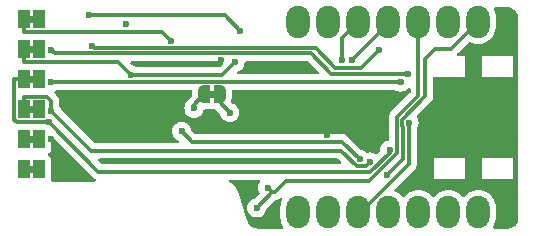
<source format=gbl>
G04 #@! TF.GenerationSoftware,KiCad,Pcbnew,7.99.0-4131-g55429aea6b*
G04 #@! TF.CreationDate,2024-01-04T13:58:44+01:00*
G04 #@! TF.ProjectId,xDuinoRailShield,78447569-6e6f-4526-9169-6c536869656c,rev?*
G04 #@! TF.SameCoordinates,Original*
G04 #@! TF.FileFunction,Copper,L2,Bot*
G04 #@! TF.FilePolarity,Positive*
%FSLAX46Y46*%
G04 Gerber Fmt 4.6, Leading zero omitted, Abs format (unit mm)*
G04 Created by KiCad (PCBNEW 7.99.0-4131-g55429aea6b) date 2024-01-04 13:58:44*
%MOMM*%
%LPD*%
G01*
G04 APERTURE LIST*
G04 Aperture macros list*
%AMRoundRect*
0 Rectangle with rounded corners*
0 $1 Rounding radius*
0 $2 $3 $4 $5 $6 $7 $8 $9 X,Y pos of 4 corners*
0 Add a 4 corners polygon primitive as box body*
4,1,4,$2,$3,$4,$5,$6,$7,$8,$9,$2,$3,0*
0 Add four circle primitives for the rounded corners*
1,1,$1+$1,$2,$3*
1,1,$1+$1,$4,$5*
1,1,$1+$1,$6,$7*
1,1,$1+$1,$8,$9*
0 Add four rect primitives between the rounded corners*
20,1,$1+$1,$2,$3,$4,$5,0*
20,1,$1+$1,$4,$5,$6,$7,0*
20,1,$1+$1,$6,$7,$8,$9,0*
20,1,$1+$1,$8,$9,$2,$3,0*%
%AMFreePoly0*
4,1,19,0.500000,-0.750000,0.000000,-0.750000,0.000000,-0.744911,-0.071157,-0.744911,-0.207708,-0.704816,-0.327430,-0.627875,-0.420627,-0.520320,-0.479746,-0.390866,-0.500000,-0.250000,-0.500000,0.250000,-0.479746,0.390866,-0.420627,0.520320,-0.327430,0.627875,-0.207708,0.704816,-0.071157,0.744911,0.000000,0.744911,0.000000,0.750000,0.500000,0.750000,0.500000,-0.750000,0.500000,-0.750000,
$1*%
%AMFreePoly1*
4,1,19,0.000000,0.744911,0.071157,0.744911,0.207708,0.704816,0.327430,0.627875,0.420627,0.520320,0.479746,0.390866,0.500000,0.250000,0.500000,-0.250000,0.479746,-0.390866,0.420627,-0.520320,0.327430,-0.627875,0.207708,-0.704816,0.071157,-0.744911,0.000000,-0.744911,0.000000,-0.750000,-0.500000,-0.750000,-0.500000,0.750000,0.000000,0.750000,0.000000,0.744911,0.000000,0.744911,
$1*%
G04 Aperture macros list end*
G04 #@! TA.AperFunction,EtchedComponent*
%ADD10C,0.000000*%
G04 #@! TD*
G04 #@! TA.AperFunction,ComponentPad*
%ADD11RoundRect,1.000000X0.000000X-0.375000X0.000000X0.375000X0.000000X0.375000X0.000000X-0.375000X0*%
G04 #@! TD*
G04 #@! TA.AperFunction,SMDPad,CuDef*
%ADD12R,1.000000X1.500000*%
G04 #@! TD*
G04 #@! TA.AperFunction,SMDPad,CuDef*
%ADD13FreePoly0,180.000000*%
G04 #@! TD*
G04 #@! TA.AperFunction,SMDPad,CuDef*
%ADD14FreePoly1,180.000000*%
G04 #@! TD*
G04 #@! TA.AperFunction,ViaPad*
%ADD15C,0.600000*%
G04 #@! TD*
G04 #@! TA.AperFunction,Conductor*
%ADD16C,0.300000*%
G04 #@! TD*
G04 APERTURE END LIST*
D10*
G04 #@! TA.AperFunction,EtchedComponent*
G36*
X126270000Y-76170000D02*
G01*
X125770000Y-76170000D01*
X125770000Y-75570000D01*
X126270000Y-75570000D01*
X126270000Y-76170000D01*
G37*
G04 #@! TD.AperFunction*
G04 #@! TA.AperFunction,EtchedComponent*
G36*
X126270000Y-78710000D02*
G01*
X125770000Y-78710000D01*
X125770000Y-78110000D01*
X126270000Y-78110000D01*
X126270000Y-78710000D01*
G37*
G04 #@! TD.AperFunction*
G04 #@! TA.AperFunction,EtchedComponent*
G36*
X126270000Y-81250000D02*
G01*
X125770000Y-81250000D01*
X125770000Y-80650000D01*
X126270000Y-80650000D01*
X126270000Y-81250000D01*
G37*
G04 #@! TD.AperFunction*
G04 #@! TA.AperFunction,EtchedComponent*
G36*
X141540000Y-74900000D02*
G01*
X141040000Y-74900000D01*
X141040000Y-74300000D01*
X141540000Y-74300000D01*
X141540000Y-74900000D01*
G37*
G04 #@! TD.AperFunction*
G04 #@! TA.AperFunction,EtchedComponent*
G36*
X126270000Y-73630000D02*
G01*
X125770000Y-73630000D01*
X125770000Y-73030000D01*
X126270000Y-73030000D01*
X126270000Y-73630000D01*
G37*
G04 #@! TD.AperFunction*
G04 #@! TA.AperFunction,EtchedComponent*
G36*
X126270000Y-71090000D02*
G01*
X125770000Y-71090000D01*
X125770000Y-70490000D01*
X126270000Y-70490000D01*
X126270000Y-71090000D01*
G37*
G04 #@! TD.AperFunction*
G04 #@! TA.AperFunction,EtchedComponent*
G36*
X126270000Y-68550000D02*
G01*
X125770000Y-68550000D01*
X125770000Y-67950000D01*
X126270000Y-67950000D01*
X126270000Y-68550000D01*
G37*
G04 #@! TD.AperFunction*
D11*
X163840000Y-84585700D03*
X161300000Y-84585700D03*
X158760000Y-84585700D03*
X156220000Y-84585700D03*
X153680000Y-84585700D03*
X151140000Y-84585700D03*
X148600000Y-84585700D03*
X148600000Y-68420700D03*
X151140000Y-68420700D03*
X153680000Y-68420700D03*
X156220000Y-68420700D03*
X158760000Y-68420700D03*
X161300000Y-68420700D03*
X163840000Y-68420700D03*
D12*
X126670000Y-75870000D03*
X125370000Y-75870000D03*
X126670000Y-78410000D03*
X125370000Y-78410000D03*
X126670000Y-80950000D03*
X125370000Y-80950000D03*
D13*
X141940000Y-74600000D03*
D14*
X140640000Y-74600000D03*
D12*
X126670000Y-73330000D03*
X125370000Y-73330000D03*
X126670000Y-70790000D03*
X125370000Y-70790000D03*
X126670000Y-68250000D03*
X125370000Y-68250000D03*
D15*
X143245800Y-71875500D03*
X134456900Y-72944100D03*
X145192800Y-72409600D03*
X145865400Y-80248700D03*
X142073300Y-71711300D03*
X127666600Y-78365900D03*
X151002200Y-77998100D03*
X134038700Y-68599700D03*
X146764300Y-84183900D03*
X166835500Y-82570000D03*
X131224700Y-76099800D03*
X138721500Y-77712700D03*
X153800600Y-80090500D03*
X137823400Y-70040200D03*
X139769300Y-75762600D03*
X157259900Y-73546800D03*
X127665000Y-73579900D03*
X154674600Y-80309700D03*
X127688100Y-75980600D03*
X127665000Y-70793300D03*
X157874800Y-72862900D03*
X155411700Y-70873500D03*
X131103500Y-70472200D03*
X156327500Y-79313000D03*
X127489200Y-76952500D03*
X156111400Y-81439400D03*
X130869700Y-67897700D03*
X143698200Y-69232200D03*
X153153000Y-71701200D03*
X152318000Y-71670900D03*
X157968800Y-76980700D03*
X145068200Y-84201200D03*
X146002900Y-82483800D03*
X142796600Y-76128500D03*
D16*
X125370000Y-70790000D02*
X125370000Y-71841700D01*
X142177200Y-72944100D02*
X143245800Y-71875500D01*
X134456900Y-72944100D02*
X133354500Y-71841700D01*
X134456900Y-72944100D02*
X142177200Y-72944100D01*
X133354500Y-71841700D02*
X125370000Y-71841700D01*
X152310000Y-78599900D02*
X153800600Y-80090500D01*
X138721500Y-77712700D02*
X139608700Y-78599900D01*
X139608700Y-78599900D02*
X152310000Y-78599900D01*
X125370000Y-69301700D02*
X137084900Y-69301700D01*
X137084900Y-69301700D02*
X137823400Y-70040200D01*
X125370000Y-68250000D02*
X125370000Y-69301700D01*
X139769300Y-75470700D02*
X139769300Y-75762600D01*
X140640000Y-74600000D02*
X139769300Y-75470700D01*
X127698100Y-73546800D02*
X157259900Y-73546800D01*
X127665000Y-73579900D02*
X127698100Y-73546800D01*
X127688100Y-75155600D02*
X127688100Y-75980600D01*
X154292100Y-80692200D02*
X154674600Y-80309700D01*
X131060600Y-79353100D02*
X152212400Y-79353100D01*
X127688100Y-75980600D02*
X131060600Y-79353100D01*
X127350800Y-74818300D02*
X127688100Y-75155600D01*
X125370000Y-75870000D02*
X125370000Y-74818300D01*
X125370000Y-74818300D02*
X127350800Y-74818300D01*
X152212400Y-79353100D02*
X153551500Y-80692200D01*
X153551500Y-80692200D02*
X154292100Y-80692200D01*
X127665000Y-70793300D02*
X127981200Y-71109500D01*
X127981200Y-71109500D02*
X149646700Y-71109500D01*
X151400100Y-72862900D02*
X157874800Y-72862900D01*
X149646700Y-71109500D02*
X151400100Y-72862900D01*
X150058900Y-70657800D02*
X131289100Y-70657800D01*
X131289100Y-70657800D02*
X131103500Y-70472200D01*
X153943300Y-72341900D02*
X151743000Y-72341900D01*
X155411700Y-70873500D02*
X153943300Y-72341900D01*
X151743000Y-72341900D02*
X150058900Y-70657800D01*
X124775800Y-76952500D02*
X127489200Y-76952500D01*
X156327500Y-79528700D02*
X154712300Y-81143900D01*
X124568300Y-76745000D02*
X124775800Y-76952500D01*
X125370000Y-73330000D02*
X124568300Y-73330000D01*
X154712300Y-81143900D02*
X131680600Y-81143900D01*
X124568300Y-73330000D02*
X124568300Y-76745000D01*
X131680600Y-81143900D02*
X127489200Y-76952500D01*
X156327500Y-79313000D02*
X156327500Y-79528700D01*
X157367100Y-77229800D02*
X157462800Y-77325500D01*
X159331300Y-71577600D02*
X159331300Y-74767400D01*
X163840000Y-68420700D02*
X161539900Y-70720800D01*
X142363700Y-67897700D02*
X130869700Y-67897700D01*
X157367100Y-76731600D02*
X157367100Y-77229800D01*
X157462800Y-80088000D02*
X156111400Y-81439400D01*
X143698200Y-69232200D02*
X142363700Y-67897700D01*
X161539900Y-70720800D02*
X160188100Y-70720800D01*
X157462800Y-77325500D02*
X157462800Y-80088000D01*
X160188100Y-70720800D02*
X159331300Y-71577600D01*
X159331300Y-74767400D02*
X157367100Y-76731600D01*
X156220000Y-68634200D02*
X153153000Y-71701200D01*
X156220000Y-68420700D02*
X156220000Y-68634200D01*
X153680000Y-68420700D02*
X152318000Y-69782700D01*
X152318000Y-69782700D02*
X152318000Y-71670900D01*
X157968800Y-80484800D02*
X153867900Y-84585700D01*
X153867900Y-84585700D02*
X153680000Y-84585700D01*
X157968800Y-76980700D02*
X157968800Y-80484800D01*
X158760000Y-68420700D02*
X158760000Y-74700000D01*
X156938600Y-79560800D02*
X154567500Y-81931900D01*
X146394300Y-82875100D02*
X145068200Y-84201200D01*
X147589200Y-81931900D02*
X146645900Y-82875200D01*
X156915400Y-77416800D02*
X156938600Y-77440000D01*
X146394300Y-82875200D02*
X146394300Y-82875100D01*
X154567500Y-81931900D02*
X147589200Y-81931900D01*
X156915400Y-76544600D02*
X156915400Y-77416800D01*
X146645900Y-82875200D02*
X146394300Y-82875200D01*
X156938600Y-77440000D02*
X156938600Y-79560800D01*
X158760000Y-74700000D02*
X156915400Y-76544600D01*
X146002900Y-82483800D02*
X146394300Y-82875100D01*
X141940000Y-74600000D02*
X141940000Y-75271900D01*
X141940000Y-75271900D02*
X142796600Y-76128500D01*
G04 #@! TA.AperFunction,Conductor*
G36*
X145318873Y-81822085D02*
G01*
X145364628Y-81874889D01*
X145374572Y-81944047D01*
X145356828Y-81992372D01*
X145269858Y-82130782D01*
X145209682Y-82302753D01*
X145209681Y-82302758D01*
X145189284Y-82483796D01*
X145189284Y-82483803D01*
X145209681Y-82664841D01*
X145209682Y-82664846D01*
X145269858Y-82836817D01*
X145306564Y-82895234D01*
X145325564Y-82962470D01*
X145305196Y-83029306D01*
X145289251Y-83048887D01*
X144966297Y-83371841D01*
X144904974Y-83405326D01*
X144892508Y-83407379D01*
X144887157Y-83407982D01*
X144887155Y-83407982D01*
X144715183Y-83468157D01*
X144560918Y-83565089D01*
X144432089Y-83693918D01*
X144335158Y-83848182D01*
X144274982Y-84020153D01*
X144274981Y-84020158D01*
X144254584Y-84201196D01*
X144254584Y-84201203D01*
X144274981Y-84382241D01*
X144274982Y-84382246D01*
X144274983Y-84382248D01*
X144335157Y-84554215D01*
X144432089Y-84708481D01*
X144560919Y-84837311D01*
X144715185Y-84934243D01*
X144887153Y-84994417D01*
X144887158Y-84994418D01*
X145068196Y-85014816D01*
X145068200Y-85014816D01*
X145068204Y-85014816D01*
X145249241Y-84994418D01*
X145249244Y-84994417D01*
X145249247Y-84994417D01*
X145421215Y-84934243D01*
X145575481Y-84837311D01*
X145704311Y-84708481D01*
X145801243Y-84554215D01*
X145861417Y-84382247D01*
X145862019Y-84376898D01*
X145889084Y-84312485D01*
X145897549Y-84303109D01*
X146630803Y-83569856D01*
X146692124Y-83536373D01*
X146706332Y-83534136D01*
X146710758Y-83533700D01*
X146775243Y-83520872D01*
X146837977Y-83508394D01*
X146957817Y-83458755D01*
X146989094Y-83437856D01*
X147059959Y-83390507D01*
X147126636Y-83369629D01*
X147194016Y-83388114D01*
X147240706Y-83440093D01*
X147251882Y-83509063D01*
X147243882Y-83539906D01*
X147155118Y-83760453D01*
X147155117Y-83760458D01*
X147101606Y-83998056D01*
X147101604Y-83998066D01*
X147091500Y-84141182D01*
X147091500Y-85030213D01*
X147091501Y-85030218D01*
X147101604Y-85173331D01*
X147101606Y-85173342D01*
X147155117Y-85410941D01*
X147155118Y-85410946D01*
X147246051Y-85636884D01*
X147246056Y-85636893D01*
X147324315Y-85766351D01*
X147342151Y-85833906D01*
X147320633Y-85900379D01*
X147266592Y-85944667D01*
X147218198Y-85954500D01*
X145180961Y-85954500D01*
X145169859Y-85954002D01*
X145021620Y-85940676D01*
X144999772Y-85936716D01*
X144861671Y-85898650D01*
X144840879Y-85890857D01*
X144711779Y-85828770D01*
X144692711Y-85817394D01*
X144576754Y-85733279D01*
X144560020Y-85718684D01*
X144460926Y-85615239D01*
X144447064Y-85597894D01*
X144368003Y-85478429D01*
X144357456Y-85458890D01*
X144336884Y-85410944D01*
X144298759Y-85322088D01*
X144294849Y-85311716D01*
X143463418Y-82765818D01*
X143439293Y-82691946D01*
X143439213Y-82691764D01*
X143421444Y-82637337D01*
X143404444Y-82604081D01*
X143344483Y-82486782D01*
X143248405Y-82354853D01*
X143244947Y-82350104D01*
X143244946Y-82350103D01*
X143125270Y-82230649D01*
X142988414Y-82131372D01*
X142837717Y-82054690D01*
X142837713Y-82054688D01*
X142805839Y-82044344D01*
X142748150Y-82004927D01*
X142720930Y-81940577D01*
X142732821Y-81871727D01*
X142780047Y-81820235D01*
X142844117Y-81802400D01*
X145251834Y-81802400D01*
X145318873Y-81822085D01*
G37*
G04 #@! TD.AperFunction*
G04 #@! TA.AperFunction,Conductor*
G36*
X166314878Y-67212718D02*
G01*
X166459270Y-67225274D01*
X166480559Y-67229016D01*
X166615334Y-67265064D01*
X166635638Y-67272444D01*
X166762108Y-67331357D01*
X166780830Y-67342158D01*
X166895124Y-67422132D01*
X166911692Y-67436026D01*
X167010363Y-67534645D01*
X167024262Y-67551202D01*
X167055260Y-67595453D01*
X167104300Y-67665462D01*
X167115114Y-67684186D01*
X167174084Y-67810609D01*
X167181481Y-67830927D01*
X167217593Y-67965672D01*
X167221348Y-67986966D01*
X167234027Y-68131908D01*
X167234499Y-68142717D01*
X167234498Y-68185933D01*
X167234500Y-68185942D01*
X167234500Y-85024588D01*
X167234028Y-85035396D01*
X167221400Y-85179728D01*
X167217647Y-85201013D01*
X167181553Y-85335719D01*
X167174160Y-85356031D01*
X167115224Y-85482418D01*
X167104417Y-85501136D01*
X167024430Y-85615370D01*
X167010536Y-85631928D01*
X166911928Y-85730536D01*
X166895370Y-85744430D01*
X166781136Y-85824417D01*
X166762418Y-85835224D01*
X166636031Y-85894160D01*
X166615719Y-85901553D01*
X166481013Y-85937647D01*
X166459728Y-85941400D01*
X166329599Y-85952785D01*
X166315394Y-85954028D01*
X166304588Y-85954500D01*
X165221802Y-85954500D01*
X165154763Y-85934815D01*
X165109008Y-85882011D01*
X165099064Y-85812853D01*
X165115685Y-85766351D01*
X165150383Y-85708951D01*
X165193947Y-85636888D01*
X165284882Y-85410944D01*
X165338395Y-85173338D01*
X165348500Y-85030215D01*
X165348499Y-84141186D01*
X165338395Y-83998062D01*
X165284882Y-83760456D01*
X165193947Y-83534512D01*
X165067946Y-83326080D01*
X165017007Y-83266194D01*
X164910143Y-83140560D01*
X164910139Y-83140556D01*
X164724630Y-82982762D01*
X164724626Y-82982759D01*
X164724620Y-82982754D01*
X164516188Y-82856753D01*
X164516185Y-82856751D01*
X164516184Y-82856751D01*
X164290246Y-82765818D01*
X164290241Y-82765817D01*
X164052643Y-82712306D01*
X164052633Y-82712304D01*
X163909516Y-82702200D01*
X163770486Y-82702200D01*
X163770480Y-82702201D01*
X163627368Y-82712304D01*
X163627362Y-82712304D01*
X163627362Y-82712305D01*
X163627359Y-82712305D01*
X163627357Y-82712306D01*
X163389758Y-82765817D01*
X163389753Y-82765818D01*
X163163815Y-82856751D01*
X163163812Y-82856753D01*
X162955386Y-82982750D01*
X162955369Y-82982762D01*
X162769860Y-83140556D01*
X162769856Y-83140560D01*
X162664452Y-83264478D01*
X162606023Y-83302789D01*
X162536156Y-83303429D01*
X162477034Y-83266194D01*
X162475548Y-83264478D01*
X162370143Y-83140560D01*
X162370139Y-83140556D01*
X162184630Y-82982762D01*
X162184626Y-82982759D01*
X162184620Y-82982754D01*
X161976188Y-82856753D01*
X161976185Y-82856751D01*
X161976184Y-82856751D01*
X161750246Y-82765818D01*
X161750241Y-82765817D01*
X161512643Y-82712306D01*
X161512633Y-82712304D01*
X161369516Y-82702200D01*
X161230486Y-82702200D01*
X161230480Y-82702201D01*
X161087368Y-82712304D01*
X161087362Y-82712304D01*
X161087362Y-82712305D01*
X161087359Y-82712305D01*
X161087357Y-82712306D01*
X160849758Y-82765817D01*
X160849753Y-82765818D01*
X160623815Y-82856751D01*
X160623812Y-82856753D01*
X160415386Y-82982750D01*
X160415369Y-82982762D01*
X160229860Y-83140556D01*
X160229856Y-83140560D01*
X160124452Y-83264478D01*
X160066023Y-83302789D01*
X159996156Y-83303429D01*
X159937034Y-83266194D01*
X159935548Y-83264478D01*
X159830143Y-83140560D01*
X159830139Y-83140556D01*
X159644630Y-82982762D01*
X159644626Y-82982759D01*
X159644620Y-82982754D01*
X159436188Y-82856753D01*
X159436185Y-82856751D01*
X159436184Y-82856751D01*
X159210246Y-82765818D01*
X159210241Y-82765817D01*
X158972643Y-82712306D01*
X158972633Y-82712304D01*
X158829516Y-82702200D01*
X158690486Y-82702200D01*
X158690480Y-82702201D01*
X158547368Y-82712304D01*
X158547362Y-82712304D01*
X158547362Y-82712305D01*
X158547359Y-82712305D01*
X158547357Y-82712306D01*
X158309758Y-82765817D01*
X158309753Y-82765818D01*
X158083815Y-82856751D01*
X158083812Y-82856753D01*
X157875386Y-82982750D01*
X157875369Y-82982762D01*
X157689860Y-83140556D01*
X157689856Y-83140560D01*
X157584452Y-83264478D01*
X157526023Y-83302789D01*
X157456156Y-83303429D01*
X157397034Y-83266194D01*
X157395548Y-83264478D01*
X157290143Y-83140560D01*
X157290139Y-83140556D01*
X157104630Y-82982762D01*
X157104626Y-82982759D01*
X157104620Y-82982754D01*
X156896188Y-82856753D01*
X156896185Y-82856751D01*
X156896184Y-82856751D01*
X156807783Y-82821173D01*
X156752941Y-82777882D01*
X156730210Y-82711813D01*
X156746807Y-82643943D01*
X156766395Y-82618463D01*
X158480290Y-80904569D01*
X158494223Y-80883717D01*
X158552355Y-80796717D01*
X158601994Y-80676877D01*
X158627300Y-80549657D01*
X158627300Y-79959700D01*
X160071000Y-79959700D01*
X160071000Y-81737700D01*
X162738000Y-81737700D01*
X162738000Y-79959700D01*
X164135000Y-79959700D01*
X164135000Y-81737700D01*
X166802000Y-81737700D01*
X166802000Y-79959700D01*
X164135000Y-79959700D01*
X162738000Y-79959700D01*
X160071000Y-79959700D01*
X158627300Y-79959700D01*
X158627300Y-77488073D01*
X158646307Y-77422100D01*
X158685527Y-77359682D01*
X158701843Y-77333715D01*
X158762017Y-77161747D01*
X158771612Y-77076589D01*
X158782416Y-76980703D01*
X158782416Y-76980696D01*
X158762018Y-76799658D01*
X158762017Y-76799653D01*
X158749755Y-76764610D01*
X158701843Y-76627685D01*
X158701841Y-76627682D01*
X158701841Y-76627681D01*
X158656685Y-76555817D01*
X158638855Y-76527441D01*
X158619855Y-76460206D01*
X158640222Y-76393371D01*
X158656163Y-76373794D01*
X159842790Y-75187169D01*
X159914855Y-75079317D01*
X159964494Y-74959477D01*
X159971734Y-74923078D01*
X159973954Y-74911920D01*
X159973954Y-74911917D01*
X159989800Y-74832257D01*
X159989800Y-73225700D01*
X160009485Y-73158661D01*
X160062289Y-73112906D01*
X160113800Y-73101700D01*
X162738000Y-73101700D01*
X162738000Y-71323700D01*
X164135000Y-71323700D01*
X164135000Y-73101700D01*
X166802000Y-73101700D01*
X166802000Y-71323700D01*
X164135000Y-71323700D01*
X162738000Y-71323700D01*
X162167623Y-71323700D01*
X162100584Y-71304015D01*
X162054829Y-71251211D01*
X162044885Y-71182053D01*
X162073910Y-71118497D01*
X162079942Y-71112019D01*
X162851075Y-70340884D01*
X163019616Y-70172342D01*
X163080937Y-70138859D01*
X163150628Y-70143843D01*
X163162694Y-70149088D01*
X163163807Y-70149644D01*
X163163812Y-70149647D01*
X163389756Y-70240582D01*
X163627362Y-70294095D01*
X163770485Y-70304200D01*
X163909514Y-70304199D01*
X164052638Y-70294095D01*
X164290244Y-70240582D01*
X164516188Y-70149647D01*
X164724620Y-70023646D01*
X164882701Y-69889182D01*
X164910139Y-69865843D01*
X164910143Y-69865839D01*
X165021184Y-69735295D01*
X165067946Y-69680320D01*
X165193947Y-69471888D01*
X165284882Y-69245944D01*
X165338395Y-69008338D01*
X165348500Y-68865215D01*
X165348499Y-67976186D01*
X165338395Y-67833062D01*
X165284882Y-67595456D01*
X165199416Y-67383102D01*
X165192648Y-67313563D01*
X165224550Y-67251402D01*
X165284995Y-67216356D01*
X165314377Y-67212807D01*
X166304066Y-67212252D01*
X166314878Y-67212718D01*
G37*
G04 #@! TD.AperFunction*
G04 #@! TA.AperFunction,Conductor*
G36*
X127883703Y-78278709D02*
G01*
X127890181Y-78284741D01*
X131260827Y-81655388D01*
X131260831Y-81655391D01*
X131368676Y-81727451D01*
X131368680Y-81727453D01*
X131368683Y-81727455D01*
X131379995Y-81732140D01*
X131392969Y-81737515D01*
X131447373Y-81781357D01*
X131469437Y-81847651D01*
X131452157Y-81915350D01*
X131401020Y-81962960D01*
X131345516Y-81976076D01*
X127788342Y-81976076D01*
X127721303Y-81956391D01*
X127675548Y-81903587D01*
X127665604Y-81834429D01*
X127671314Y-81812056D01*
X127671986Y-81809206D01*
X127671989Y-81809201D01*
X127675591Y-81775692D01*
X127678499Y-81748654D01*
X127678500Y-81748637D01*
X127678500Y-80151362D01*
X127678499Y-80151345D01*
X127675157Y-80120270D01*
X127671989Y-80090799D01*
X127655995Y-80047919D01*
X127623091Y-79959700D01*
X127620889Y-79953796D01*
X127533261Y-79836739D01*
X127456486Y-79779265D01*
X127414616Y-79723333D01*
X127409632Y-79653641D01*
X127443117Y-79592318D01*
X127456486Y-79580734D01*
X127533261Y-79523261D01*
X127620889Y-79406204D01*
X127671989Y-79269201D01*
X127675591Y-79235692D01*
X127678499Y-79208654D01*
X127678500Y-79208637D01*
X127678500Y-78372422D01*
X127698185Y-78305383D01*
X127750989Y-78259628D01*
X127820147Y-78249684D01*
X127883703Y-78278709D01*
G37*
G04 #@! TD.AperFunction*
G04 #@! TA.AperFunction,Conductor*
G36*
X151955317Y-80031285D02*
G01*
X151975959Y-80047919D01*
X152201759Y-80273719D01*
X152235244Y-80335042D01*
X152230260Y-80404734D01*
X152188388Y-80460667D01*
X152122924Y-80485084D01*
X152114078Y-80485400D01*
X132004722Y-80485400D01*
X131937683Y-80465715D01*
X131917041Y-80449081D01*
X131691241Y-80223281D01*
X131657756Y-80161958D01*
X131662740Y-80092266D01*
X131704612Y-80036333D01*
X131770076Y-80011916D01*
X131778922Y-80011600D01*
X151888278Y-80011600D01*
X151955317Y-80031285D01*
G37*
G04 #@! TD.AperFunction*
G04 #@! TA.AperFunction,Conductor*
G36*
X158020834Y-74031772D02*
G01*
X158076767Y-74073644D01*
X158101184Y-74139108D01*
X158101500Y-74147954D01*
X158101500Y-74375877D01*
X158081815Y-74442916D01*
X158065181Y-74463558D01*
X156403911Y-76124827D01*
X156403908Y-76124831D01*
X156340684Y-76219452D01*
X156340685Y-76219453D01*
X156331844Y-76232685D01*
X156282206Y-76352522D01*
X156282204Y-76352528D01*
X156256900Y-76479740D01*
X156256900Y-76479743D01*
X156256900Y-77351943D01*
X156256900Y-77481657D01*
X156256900Y-77481659D01*
X156256899Y-77481659D01*
X156277717Y-77586309D01*
X156280100Y-77610501D01*
X156280100Y-78393911D01*
X156260415Y-78460950D01*
X156207611Y-78506705D01*
X156169984Y-78517131D01*
X156146458Y-78519781D01*
X155974483Y-78579957D01*
X155820218Y-78676889D01*
X155691389Y-78805718D01*
X155594458Y-78959982D01*
X155534282Y-79131953D01*
X155534281Y-79131958D01*
X155513884Y-79312996D01*
X155513884Y-79313002D01*
X155517127Y-79341786D01*
X155505072Y-79410608D01*
X155481588Y-79443350D01*
X155294467Y-79630472D01*
X155233144Y-79663957D01*
X155163453Y-79658973D01*
X155140814Y-79647785D01*
X155139200Y-79646771D01*
X155082095Y-79610889D01*
X155027617Y-79576658D01*
X155027616Y-79576657D01*
X155027615Y-79576657D01*
X154947190Y-79548515D01*
X154855646Y-79516482D01*
X154855641Y-79516481D01*
X154674604Y-79496084D01*
X154674596Y-79496084D01*
X154493554Y-79516482D01*
X154493548Y-79516483D01*
X154475543Y-79522783D01*
X154405764Y-79526342D01*
X154346913Y-79493421D01*
X154307881Y-79454389D01*
X154153616Y-79357457D01*
X154098884Y-79338306D01*
X153981647Y-79297283D01*
X153981643Y-79297282D01*
X153981642Y-79297282D01*
X153976292Y-79296679D01*
X153911880Y-79269609D01*
X153902500Y-79261140D01*
X152729772Y-78088411D01*
X152729771Y-78088410D01*
X152621920Y-78016347D01*
X152621919Y-78016346D01*
X152621917Y-78016345D01*
X152621915Y-78016344D01*
X152621913Y-78016343D01*
X152502077Y-77966706D01*
X152502071Y-77966704D01*
X152374859Y-77941400D01*
X152374857Y-77941400D01*
X139932821Y-77941400D01*
X139865782Y-77921715D01*
X139845140Y-77905081D01*
X139550859Y-77610800D01*
X139517374Y-77549477D01*
X139515319Y-77537000D01*
X139514717Y-77531653D01*
X139454543Y-77359685D01*
X139449678Y-77351943D01*
X139357610Y-77205418D01*
X139228781Y-77076589D01*
X139074517Y-76979658D01*
X139074516Y-76979657D01*
X139074515Y-76979657D01*
X138967229Y-76942116D01*
X138902546Y-76919482D01*
X138902541Y-76919481D01*
X138721504Y-76899084D01*
X138721496Y-76899084D01*
X138540458Y-76919481D01*
X138540453Y-76919482D01*
X138368482Y-76979658D01*
X138214218Y-77076589D01*
X138085389Y-77205418D01*
X137988458Y-77359682D01*
X137928282Y-77531653D01*
X137928281Y-77531658D01*
X137907884Y-77712696D01*
X137907884Y-77712703D01*
X137928281Y-77893741D01*
X137928282Y-77893746D01*
X137988458Y-78065717D01*
X138002717Y-78088410D01*
X138085389Y-78219981D01*
X138214219Y-78348811D01*
X138368485Y-78445743D01*
X138390820Y-78453558D01*
X138447596Y-78494280D01*
X138473343Y-78559233D01*
X138459887Y-78627795D01*
X138411500Y-78678197D01*
X138349865Y-78694600D01*
X131384721Y-78694600D01*
X131317682Y-78674915D01*
X131297040Y-78658281D01*
X128517458Y-75878698D01*
X128483973Y-75817375D01*
X128481918Y-75804890D01*
X128481317Y-75799555D01*
X128481316Y-75799551D01*
X128472894Y-75775482D01*
X128421143Y-75627585D01*
X128365606Y-75539198D01*
X128346600Y-75473226D01*
X128346600Y-75090740D01*
X128321295Y-74963528D01*
X128321294Y-74963527D01*
X128321294Y-74963523D01*
X128304541Y-74923077D01*
X128271657Y-74843687D01*
X128271656Y-74843685D01*
X128199591Y-74735832D01*
X128161675Y-74697916D01*
X128107869Y-74644110D01*
X127978713Y-74514953D01*
X127945229Y-74453632D01*
X127950213Y-74383940D01*
X127992085Y-74328007D01*
X128012597Y-74315552D01*
X128018011Y-74312944D01*
X128018015Y-74312943D01*
X128159080Y-74224305D01*
X128225051Y-74205300D01*
X139502585Y-74205300D01*
X139569624Y-74224985D01*
X139615379Y-74277789D01*
X139626585Y-74329300D01*
X139626585Y-74334317D01*
X139626500Y-74334606D01*
X139626500Y-74630877D01*
X139606815Y-74697916D01*
X139590181Y-74718558D01*
X139257811Y-75050927D01*
X139257810Y-75050928D01*
X139238844Y-75079314D01*
X139207323Y-75126489D01*
X139196534Y-75142636D01*
X139185746Y-75158780D01*
X139185742Y-75158788D01*
X139164083Y-75211076D01*
X139137209Y-75251297D01*
X139133190Y-75255316D01*
X139036258Y-75409582D01*
X138976082Y-75581553D01*
X138976081Y-75581558D01*
X138955684Y-75762596D01*
X138955684Y-75762603D01*
X138976081Y-75943641D01*
X138976082Y-75943646D01*
X139036258Y-76115617D01*
X139044353Y-76128500D01*
X139133189Y-76269881D01*
X139262019Y-76398711D01*
X139416285Y-76495643D01*
X139588253Y-76555817D01*
X139588258Y-76555818D01*
X139769296Y-76576216D01*
X139769300Y-76576216D01*
X139769304Y-76576216D01*
X139950341Y-76555818D01*
X139950344Y-76555817D01*
X139950347Y-76555817D01*
X140122315Y-76495643D01*
X140276581Y-76398711D01*
X140405411Y-76269881D01*
X140502343Y-76115615D01*
X140518647Y-76069020D01*
X140561504Y-75946545D01*
X140602225Y-75889769D01*
X140667178Y-75864022D01*
X140678545Y-75863500D01*
X141140000Y-75863500D01*
X141213079Y-75858273D01*
X141249835Y-75847479D01*
X141302415Y-75843719D01*
X141332311Y-75848017D01*
X141440000Y-75863500D01*
X141548978Y-75863500D01*
X141616017Y-75883185D01*
X141636659Y-75899819D01*
X141967240Y-76230399D01*
X142000725Y-76291722D01*
X142002779Y-76304193D01*
X142003381Y-76309541D01*
X142063557Y-76481516D01*
X142155399Y-76627681D01*
X142160489Y-76635781D01*
X142289319Y-76764611D01*
X142443585Y-76861543D01*
X142609163Y-76919481D01*
X142615553Y-76921717D01*
X142615558Y-76921718D01*
X142796596Y-76942116D01*
X142796600Y-76942116D01*
X142796604Y-76942116D01*
X142977641Y-76921718D01*
X142977644Y-76921717D01*
X142977647Y-76921717D01*
X143149615Y-76861543D01*
X143303881Y-76764611D01*
X143432711Y-76635781D01*
X143529643Y-76481515D01*
X143589817Y-76309547D01*
X143589818Y-76309541D01*
X143610216Y-76128503D01*
X143610216Y-76128496D01*
X143589818Y-75947458D01*
X143589817Y-75947453D01*
X143573149Y-75899819D01*
X143529643Y-75775485D01*
X143432711Y-75621219D01*
X143303881Y-75492389D01*
X143149616Y-75395457D01*
X143073786Y-75368923D01*
X142977647Y-75335283D01*
X142977645Y-75335282D01*
X142976474Y-75334873D01*
X142919698Y-75294151D01*
X142893950Y-75229199D01*
X142898450Y-75182898D01*
X142932953Y-75065394D01*
X142953415Y-74923079D01*
X142953415Y-74865683D01*
X142953500Y-74865393D01*
X142953500Y-74335107D01*
X142953415Y-74334317D01*
X142953415Y-74329300D01*
X142973100Y-74262261D01*
X143025904Y-74216506D01*
X143077415Y-74205300D01*
X156752527Y-74205300D01*
X156818500Y-74224307D01*
X156906882Y-74279841D01*
X156906880Y-74279841D01*
X156906884Y-74279842D01*
X156906885Y-74279843D01*
X157062563Y-74334317D01*
X157078853Y-74340017D01*
X157078858Y-74340018D01*
X157259896Y-74360416D01*
X157259900Y-74360416D01*
X157259904Y-74360416D01*
X157440941Y-74340018D01*
X157440944Y-74340017D01*
X157440947Y-74340017D01*
X157612915Y-74279843D01*
X157767181Y-74182911D01*
X157889819Y-74060273D01*
X157951142Y-74026788D01*
X158020834Y-74031772D01*
G37*
G04 #@! TD.AperFunction*
G04 #@! TA.AperFunction,Conductor*
G36*
X149389617Y-71787685D02*
G01*
X149410259Y-71804319D01*
X150282559Y-72676619D01*
X150316044Y-72737942D01*
X150311060Y-72807634D01*
X150269188Y-72863567D01*
X150203724Y-72887984D01*
X150194878Y-72888300D01*
X143529128Y-72888300D01*
X143462089Y-72868615D01*
X143416334Y-72815811D01*
X143406390Y-72746653D01*
X143435415Y-72683097D01*
X143488172Y-72647258D01*
X143598815Y-72608543D01*
X143753081Y-72511611D01*
X143881911Y-72382781D01*
X143978843Y-72228515D01*
X144039017Y-72056547D01*
X144039018Y-72056542D01*
X144059122Y-71878116D01*
X144086189Y-71813702D01*
X144143783Y-71774147D01*
X144182342Y-71768000D01*
X149322578Y-71768000D01*
X149389617Y-71787685D01*
G37*
G04 #@! TD.AperFunction*
G04 #@! TA.AperFunction,Conductor*
G36*
X142189717Y-71787685D02*
G01*
X142235472Y-71840489D01*
X142245416Y-71909647D01*
X142216391Y-71973203D01*
X142210359Y-71979681D01*
X141940759Y-72249281D01*
X141879436Y-72282766D01*
X141853078Y-72285600D01*
X134964273Y-72285600D01*
X134898300Y-72266593D01*
X134809917Y-72211058D01*
X134809916Y-72211057D01*
X134736571Y-72185393D01*
X134637947Y-72150883D01*
X134637943Y-72150882D01*
X134637942Y-72150882D01*
X134632592Y-72150279D01*
X134568180Y-72123209D01*
X134558800Y-72114740D01*
X134423741Y-71979681D01*
X134390256Y-71918358D01*
X134395240Y-71848666D01*
X134437112Y-71792733D01*
X134502576Y-71768316D01*
X134511422Y-71768000D01*
X142122678Y-71768000D01*
X142189717Y-71787685D01*
G37*
G04 #@! TD.AperFunction*
M02*

</source>
